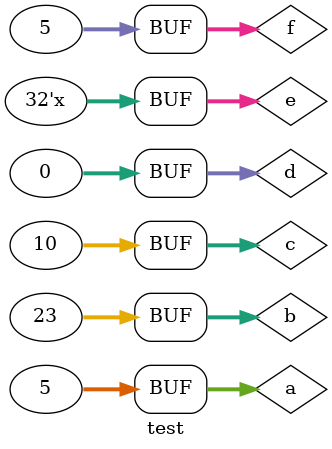
<source format=sv>
/* 
 * Non-Blocking
 *    - Used only inside an always or initial block.
 *    - All these statements are executed in parallel.
 *      So every LHS will take the value of the RHS at the moment of entering the block.
 *    - LHS should always be a reg or a vector of reg.  
 *    - RHS can be of type reg or wire .
 *
 * Blocking
 *    - Used only inside an always or initial block.
 *    - The statements are executed in sequence, one after the other
 *    - LHS should always be a reg or a vector of reg.
 *    - RHS can be of type reg or wire .
 * 
 * Continuous
 *    - Signals of type wire require continuous assignment of a value.
 *    - Used when you connect gates together.
 *    - LHS should always be a wire or a vector of wires (It can never be reg).
 *    - RHS can be of type reg or wire. 
 *    - The assignment is always active.
 *      Whenever any operand on the RHS changes in value, LHS will be updated with the new value.
 *
 *
 */

module test;
    int a;
    int b;
    int c;
    int d;
    int e;
    int f;

    assign f = a;
    
    initial begin
        a <= 5;
        b <= 23;
        c <= 10;
        d <= 0;

        #10;

        d <= a + b;
        e <= d + c;

        #10;

        d = a + b;
        e = d + c;

        #30
        d = 0;
    end

    initial begin
        $dumpfile("test.vcd");
        $dumpvars;
    end
endmodule
</source>
